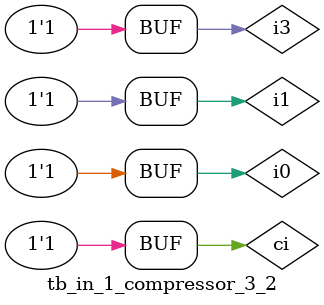
<source format=v>
`timescale 1ns / 1ps
module tb_in_1_compressor_3_2();
    reg     i0,i1,i3,ci    ;
    wire    co,c,d      ;
    
    initial begin
        {i0,i1,i3,ci} = 4'b0000;
    #20                 
        {i0,i1,i3,ci} = 4'b0001;
    #20                 
        {i0,i1,i3,ci} = 4'b0010; 
    #20                
        {i0,i1,i3,ci} = 4'b0011;
    #20                
        {i0,i1,i3,ci} = 4'b0100;
    #20                
        {i0,i1,i3,ci} = 4'b0101;
    #20               
        {i0,i1,i3,ci} = 4'b0110;
    #20             
        {i0,i1,i3,ci} = 4'b0111;  
    #20
        {i0,i1,i3,ci} = 4'b1000;
    #20                    
        {i0,i1,i3,ci} = 4'b1001;
    #20                    
        {i0,i1,i3,ci} = 4'b1010; 
    #20                    
        {i0,i1,i3,ci} = 4'b1011;
    #20                    
        {i0,i1,i3,ci} = 4'b1100;
    #20                   
        {i0,i1,i3,ci} = 4'b1101;
    #20                    
        {i0,i1,i3,ci} = 4'b1110;
    #20                    
        {i0,i1,i3,ci} = 4'b1111; 
    
    end

    in_1_compressor_4_2 in_1_compressor_4_2_inst(
            .i0  (i0),
            .i1  (i1),
            .i3  (i3),
            .ci  (ci),

            .co  (co),
            .c   (c ),
            .d   (d )
        );
endmodule

</source>
